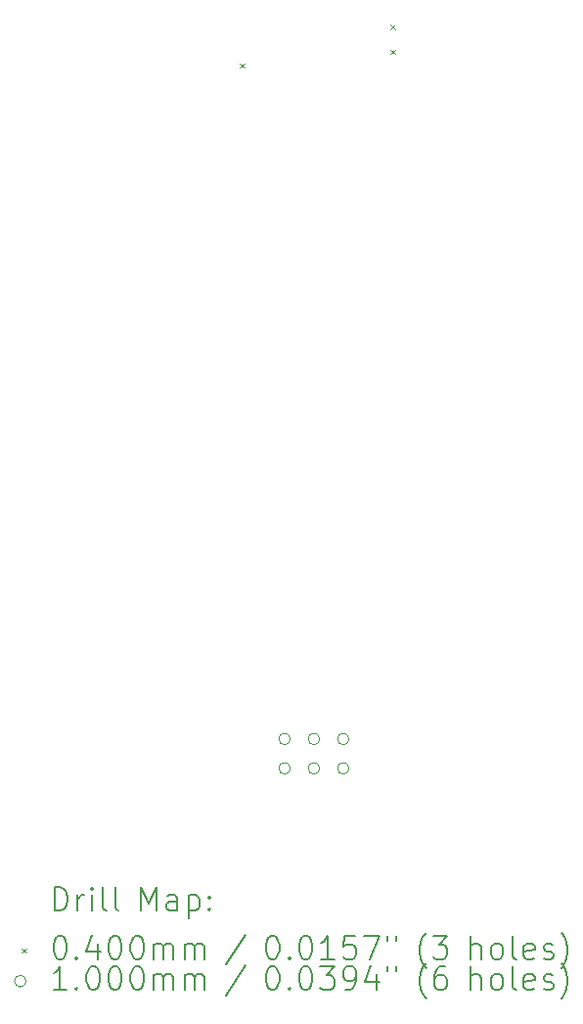
<source format=gbr>
%TF.GenerationSoftware,KiCad,Pcbnew,(7.0.0-0)*%
%TF.CreationDate,2023-07-23T12:34:30-06:00*%
%TF.ProjectId,HAS4_SAO,48415334-5f53-4414-9f2e-6b696361645f,rev?*%
%TF.SameCoordinates,Original*%
%TF.FileFunction,Drillmap*%
%TF.FilePolarity,Positive*%
%FSLAX45Y45*%
G04 Gerber Fmt 4.5, Leading zero omitted, Abs format (unit mm)*
G04 Created by KiCad (PCBNEW (7.0.0-0)) date 2023-07-23 12:34:30*
%MOMM*%
%LPD*%
G01*
G04 APERTURE LIST*
%ADD10C,0.200000*%
%ADD11C,0.040000*%
%ADD12C,0.100000*%
G04 APERTURE END LIST*
D10*
D11*
X10501629Y-7657063D02*
X10541629Y-7697063D01*
X10541629Y-7657063D02*
X10501629Y-7697063D01*
X11809147Y-7321609D02*
X11849147Y-7361609D01*
X11849147Y-7321609D02*
X11809147Y-7361609D01*
X11810352Y-7538032D02*
X11850352Y-7578032D01*
X11850352Y-7538032D02*
X11810352Y-7578032D01*
D12*
X10942000Y-13500000D02*
G75*
G03*
X10942000Y-13500000I-50000J0D01*
G01*
X10942000Y-13754000D02*
G75*
G03*
X10942000Y-13754000I-50000J0D01*
G01*
X11196000Y-13500000D02*
G75*
G03*
X11196000Y-13500000I-50000J0D01*
G01*
X11196000Y-13754000D02*
G75*
G03*
X11196000Y-13754000I-50000J0D01*
G01*
X11450000Y-13500000D02*
G75*
G03*
X11450000Y-13500000I-50000J0D01*
G01*
X11450000Y-13754000D02*
G75*
G03*
X11450000Y-13754000I-50000J0D01*
G01*
D10*
X8901968Y-14984183D02*
X8901968Y-14784183D01*
X8901968Y-14784183D02*
X8949587Y-14784183D01*
X8949587Y-14784183D02*
X8978159Y-14793707D01*
X8978159Y-14793707D02*
X8997206Y-14812754D01*
X8997206Y-14812754D02*
X9006730Y-14831802D01*
X9006730Y-14831802D02*
X9016254Y-14869897D01*
X9016254Y-14869897D02*
X9016254Y-14898469D01*
X9016254Y-14898469D02*
X9006730Y-14936564D01*
X9006730Y-14936564D02*
X8997206Y-14955611D01*
X8997206Y-14955611D02*
X8978159Y-14974659D01*
X8978159Y-14974659D02*
X8949587Y-14984183D01*
X8949587Y-14984183D02*
X8901968Y-14984183D01*
X9101968Y-14984183D02*
X9101968Y-14850849D01*
X9101968Y-14888945D02*
X9111492Y-14869897D01*
X9111492Y-14869897D02*
X9121016Y-14860373D01*
X9121016Y-14860373D02*
X9140063Y-14850849D01*
X9140063Y-14850849D02*
X9159111Y-14850849D01*
X9225778Y-14984183D02*
X9225778Y-14850849D01*
X9225778Y-14784183D02*
X9216254Y-14793707D01*
X9216254Y-14793707D02*
X9225778Y-14803230D01*
X9225778Y-14803230D02*
X9235302Y-14793707D01*
X9235302Y-14793707D02*
X9225778Y-14784183D01*
X9225778Y-14784183D02*
X9225778Y-14803230D01*
X9349587Y-14984183D02*
X9330540Y-14974659D01*
X9330540Y-14974659D02*
X9321016Y-14955611D01*
X9321016Y-14955611D02*
X9321016Y-14784183D01*
X9454349Y-14984183D02*
X9435302Y-14974659D01*
X9435302Y-14974659D02*
X9425778Y-14955611D01*
X9425778Y-14955611D02*
X9425778Y-14784183D01*
X9650540Y-14984183D02*
X9650540Y-14784183D01*
X9650540Y-14784183D02*
X9717206Y-14927040D01*
X9717206Y-14927040D02*
X9783873Y-14784183D01*
X9783873Y-14784183D02*
X9783873Y-14984183D01*
X9964825Y-14984183D02*
X9964825Y-14879421D01*
X9964825Y-14879421D02*
X9955302Y-14860373D01*
X9955302Y-14860373D02*
X9936254Y-14850849D01*
X9936254Y-14850849D02*
X9898159Y-14850849D01*
X9898159Y-14850849D02*
X9879111Y-14860373D01*
X9964825Y-14974659D02*
X9945778Y-14984183D01*
X9945778Y-14984183D02*
X9898159Y-14984183D01*
X9898159Y-14984183D02*
X9879111Y-14974659D01*
X9879111Y-14974659D02*
X9869587Y-14955611D01*
X9869587Y-14955611D02*
X9869587Y-14936564D01*
X9869587Y-14936564D02*
X9879111Y-14917516D01*
X9879111Y-14917516D02*
X9898159Y-14907992D01*
X9898159Y-14907992D02*
X9945778Y-14907992D01*
X9945778Y-14907992D02*
X9964825Y-14898469D01*
X10060063Y-14850849D02*
X10060063Y-15050849D01*
X10060063Y-14860373D02*
X10079111Y-14850849D01*
X10079111Y-14850849D02*
X10117206Y-14850849D01*
X10117206Y-14850849D02*
X10136254Y-14860373D01*
X10136254Y-14860373D02*
X10145778Y-14869897D01*
X10145778Y-14869897D02*
X10155302Y-14888945D01*
X10155302Y-14888945D02*
X10155302Y-14946088D01*
X10155302Y-14946088D02*
X10145778Y-14965135D01*
X10145778Y-14965135D02*
X10136254Y-14974659D01*
X10136254Y-14974659D02*
X10117206Y-14984183D01*
X10117206Y-14984183D02*
X10079111Y-14984183D01*
X10079111Y-14984183D02*
X10060063Y-14974659D01*
X10241016Y-14965135D02*
X10250540Y-14974659D01*
X10250540Y-14974659D02*
X10241016Y-14984183D01*
X10241016Y-14984183D02*
X10231492Y-14974659D01*
X10231492Y-14974659D02*
X10241016Y-14965135D01*
X10241016Y-14965135D02*
X10241016Y-14984183D01*
X10241016Y-14860373D02*
X10250540Y-14869897D01*
X10250540Y-14869897D02*
X10241016Y-14879421D01*
X10241016Y-14879421D02*
X10231492Y-14869897D01*
X10231492Y-14869897D02*
X10241016Y-14860373D01*
X10241016Y-14860373D02*
X10241016Y-14879421D01*
D11*
X8614349Y-15310707D02*
X8654349Y-15350707D01*
X8654349Y-15310707D02*
X8614349Y-15350707D01*
D10*
X8940063Y-15204183D02*
X8959111Y-15204183D01*
X8959111Y-15204183D02*
X8978159Y-15213707D01*
X8978159Y-15213707D02*
X8987683Y-15223230D01*
X8987683Y-15223230D02*
X8997206Y-15242278D01*
X8997206Y-15242278D02*
X9006730Y-15280373D01*
X9006730Y-15280373D02*
X9006730Y-15327992D01*
X9006730Y-15327992D02*
X8997206Y-15366088D01*
X8997206Y-15366088D02*
X8987683Y-15385135D01*
X8987683Y-15385135D02*
X8978159Y-15394659D01*
X8978159Y-15394659D02*
X8959111Y-15404183D01*
X8959111Y-15404183D02*
X8940063Y-15404183D01*
X8940063Y-15404183D02*
X8921016Y-15394659D01*
X8921016Y-15394659D02*
X8911492Y-15385135D01*
X8911492Y-15385135D02*
X8901968Y-15366088D01*
X8901968Y-15366088D02*
X8892444Y-15327992D01*
X8892444Y-15327992D02*
X8892444Y-15280373D01*
X8892444Y-15280373D02*
X8901968Y-15242278D01*
X8901968Y-15242278D02*
X8911492Y-15223230D01*
X8911492Y-15223230D02*
X8921016Y-15213707D01*
X8921016Y-15213707D02*
X8940063Y-15204183D01*
X9092444Y-15385135D02*
X9101968Y-15394659D01*
X9101968Y-15394659D02*
X9092444Y-15404183D01*
X9092444Y-15404183D02*
X9082921Y-15394659D01*
X9082921Y-15394659D02*
X9092444Y-15385135D01*
X9092444Y-15385135D02*
X9092444Y-15404183D01*
X9273397Y-15270849D02*
X9273397Y-15404183D01*
X9225778Y-15194659D02*
X9178159Y-15337516D01*
X9178159Y-15337516D02*
X9301968Y-15337516D01*
X9416254Y-15204183D02*
X9435302Y-15204183D01*
X9435302Y-15204183D02*
X9454349Y-15213707D01*
X9454349Y-15213707D02*
X9463873Y-15223230D01*
X9463873Y-15223230D02*
X9473397Y-15242278D01*
X9473397Y-15242278D02*
X9482921Y-15280373D01*
X9482921Y-15280373D02*
X9482921Y-15327992D01*
X9482921Y-15327992D02*
X9473397Y-15366088D01*
X9473397Y-15366088D02*
X9463873Y-15385135D01*
X9463873Y-15385135D02*
X9454349Y-15394659D01*
X9454349Y-15394659D02*
X9435302Y-15404183D01*
X9435302Y-15404183D02*
X9416254Y-15404183D01*
X9416254Y-15404183D02*
X9397206Y-15394659D01*
X9397206Y-15394659D02*
X9387683Y-15385135D01*
X9387683Y-15385135D02*
X9378159Y-15366088D01*
X9378159Y-15366088D02*
X9368635Y-15327992D01*
X9368635Y-15327992D02*
X9368635Y-15280373D01*
X9368635Y-15280373D02*
X9378159Y-15242278D01*
X9378159Y-15242278D02*
X9387683Y-15223230D01*
X9387683Y-15223230D02*
X9397206Y-15213707D01*
X9397206Y-15213707D02*
X9416254Y-15204183D01*
X9606730Y-15204183D02*
X9625778Y-15204183D01*
X9625778Y-15204183D02*
X9644825Y-15213707D01*
X9644825Y-15213707D02*
X9654349Y-15223230D01*
X9654349Y-15223230D02*
X9663873Y-15242278D01*
X9663873Y-15242278D02*
X9673397Y-15280373D01*
X9673397Y-15280373D02*
X9673397Y-15327992D01*
X9673397Y-15327992D02*
X9663873Y-15366088D01*
X9663873Y-15366088D02*
X9654349Y-15385135D01*
X9654349Y-15385135D02*
X9644825Y-15394659D01*
X9644825Y-15394659D02*
X9625778Y-15404183D01*
X9625778Y-15404183D02*
X9606730Y-15404183D01*
X9606730Y-15404183D02*
X9587683Y-15394659D01*
X9587683Y-15394659D02*
X9578159Y-15385135D01*
X9578159Y-15385135D02*
X9568635Y-15366088D01*
X9568635Y-15366088D02*
X9559111Y-15327992D01*
X9559111Y-15327992D02*
X9559111Y-15280373D01*
X9559111Y-15280373D02*
X9568635Y-15242278D01*
X9568635Y-15242278D02*
X9578159Y-15223230D01*
X9578159Y-15223230D02*
X9587683Y-15213707D01*
X9587683Y-15213707D02*
X9606730Y-15204183D01*
X9759111Y-15404183D02*
X9759111Y-15270849D01*
X9759111Y-15289897D02*
X9768635Y-15280373D01*
X9768635Y-15280373D02*
X9787683Y-15270849D01*
X9787683Y-15270849D02*
X9816254Y-15270849D01*
X9816254Y-15270849D02*
X9835302Y-15280373D01*
X9835302Y-15280373D02*
X9844825Y-15299421D01*
X9844825Y-15299421D02*
X9844825Y-15404183D01*
X9844825Y-15299421D02*
X9854349Y-15280373D01*
X9854349Y-15280373D02*
X9873397Y-15270849D01*
X9873397Y-15270849D02*
X9901968Y-15270849D01*
X9901968Y-15270849D02*
X9921016Y-15280373D01*
X9921016Y-15280373D02*
X9930540Y-15299421D01*
X9930540Y-15299421D02*
X9930540Y-15404183D01*
X10025778Y-15404183D02*
X10025778Y-15270849D01*
X10025778Y-15289897D02*
X10035302Y-15280373D01*
X10035302Y-15280373D02*
X10054349Y-15270849D01*
X10054349Y-15270849D02*
X10082921Y-15270849D01*
X10082921Y-15270849D02*
X10101968Y-15280373D01*
X10101968Y-15280373D02*
X10111492Y-15299421D01*
X10111492Y-15299421D02*
X10111492Y-15404183D01*
X10111492Y-15299421D02*
X10121016Y-15280373D01*
X10121016Y-15280373D02*
X10140064Y-15270849D01*
X10140064Y-15270849D02*
X10168635Y-15270849D01*
X10168635Y-15270849D02*
X10187683Y-15280373D01*
X10187683Y-15280373D02*
X10197206Y-15299421D01*
X10197206Y-15299421D02*
X10197206Y-15404183D01*
X10555302Y-15194659D02*
X10383873Y-15451802D01*
X10780064Y-15204183D02*
X10799111Y-15204183D01*
X10799111Y-15204183D02*
X10818159Y-15213707D01*
X10818159Y-15213707D02*
X10827683Y-15223230D01*
X10827683Y-15223230D02*
X10837206Y-15242278D01*
X10837206Y-15242278D02*
X10846730Y-15280373D01*
X10846730Y-15280373D02*
X10846730Y-15327992D01*
X10846730Y-15327992D02*
X10837206Y-15366088D01*
X10837206Y-15366088D02*
X10827683Y-15385135D01*
X10827683Y-15385135D02*
X10818159Y-15394659D01*
X10818159Y-15394659D02*
X10799111Y-15404183D01*
X10799111Y-15404183D02*
X10780064Y-15404183D01*
X10780064Y-15404183D02*
X10761016Y-15394659D01*
X10761016Y-15394659D02*
X10751492Y-15385135D01*
X10751492Y-15385135D02*
X10741968Y-15366088D01*
X10741968Y-15366088D02*
X10732445Y-15327992D01*
X10732445Y-15327992D02*
X10732445Y-15280373D01*
X10732445Y-15280373D02*
X10741968Y-15242278D01*
X10741968Y-15242278D02*
X10751492Y-15223230D01*
X10751492Y-15223230D02*
X10761016Y-15213707D01*
X10761016Y-15213707D02*
X10780064Y-15204183D01*
X10932445Y-15385135D02*
X10941968Y-15394659D01*
X10941968Y-15394659D02*
X10932445Y-15404183D01*
X10932445Y-15404183D02*
X10922921Y-15394659D01*
X10922921Y-15394659D02*
X10932445Y-15385135D01*
X10932445Y-15385135D02*
X10932445Y-15404183D01*
X11065778Y-15204183D02*
X11084826Y-15204183D01*
X11084826Y-15204183D02*
X11103873Y-15213707D01*
X11103873Y-15213707D02*
X11113397Y-15223230D01*
X11113397Y-15223230D02*
X11122921Y-15242278D01*
X11122921Y-15242278D02*
X11132445Y-15280373D01*
X11132445Y-15280373D02*
X11132445Y-15327992D01*
X11132445Y-15327992D02*
X11122921Y-15366088D01*
X11122921Y-15366088D02*
X11113397Y-15385135D01*
X11113397Y-15385135D02*
X11103873Y-15394659D01*
X11103873Y-15394659D02*
X11084826Y-15404183D01*
X11084826Y-15404183D02*
X11065778Y-15404183D01*
X11065778Y-15404183D02*
X11046730Y-15394659D01*
X11046730Y-15394659D02*
X11037206Y-15385135D01*
X11037206Y-15385135D02*
X11027683Y-15366088D01*
X11027683Y-15366088D02*
X11018159Y-15327992D01*
X11018159Y-15327992D02*
X11018159Y-15280373D01*
X11018159Y-15280373D02*
X11027683Y-15242278D01*
X11027683Y-15242278D02*
X11037206Y-15223230D01*
X11037206Y-15223230D02*
X11046730Y-15213707D01*
X11046730Y-15213707D02*
X11065778Y-15204183D01*
X11322921Y-15404183D02*
X11208635Y-15404183D01*
X11265778Y-15404183D02*
X11265778Y-15204183D01*
X11265778Y-15204183D02*
X11246730Y-15232754D01*
X11246730Y-15232754D02*
X11227683Y-15251802D01*
X11227683Y-15251802D02*
X11208635Y-15261326D01*
X11503873Y-15204183D02*
X11408635Y-15204183D01*
X11408635Y-15204183D02*
X11399111Y-15299421D01*
X11399111Y-15299421D02*
X11408635Y-15289897D01*
X11408635Y-15289897D02*
X11427683Y-15280373D01*
X11427683Y-15280373D02*
X11475302Y-15280373D01*
X11475302Y-15280373D02*
X11494349Y-15289897D01*
X11494349Y-15289897D02*
X11503873Y-15299421D01*
X11503873Y-15299421D02*
X11513397Y-15318469D01*
X11513397Y-15318469D02*
X11513397Y-15366088D01*
X11513397Y-15366088D02*
X11503873Y-15385135D01*
X11503873Y-15385135D02*
X11494349Y-15394659D01*
X11494349Y-15394659D02*
X11475302Y-15404183D01*
X11475302Y-15404183D02*
X11427683Y-15404183D01*
X11427683Y-15404183D02*
X11408635Y-15394659D01*
X11408635Y-15394659D02*
X11399111Y-15385135D01*
X11580064Y-15204183D02*
X11713397Y-15204183D01*
X11713397Y-15204183D02*
X11627683Y-15404183D01*
X11780064Y-15204183D02*
X11780064Y-15242278D01*
X11856254Y-15204183D02*
X11856254Y-15242278D01*
X12119111Y-15480373D02*
X12109587Y-15470849D01*
X12109587Y-15470849D02*
X12090540Y-15442278D01*
X12090540Y-15442278D02*
X12081016Y-15423230D01*
X12081016Y-15423230D02*
X12071492Y-15394659D01*
X12071492Y-15394659D02*
X12061968Y-15347040D01*
X12061968Y-15347040D02*
X12061968Y-15308945D01*
X12061968Y-15308945D02*
X12071492Y-15261326D01*
X12071492Y-15261326D02*
X12081016Y-15232754D01*
X12081016Y-15232754D02*
X12090540Y-15213707D01*
X12090540Y-15213707D02*
X12109587Y-15185135D01*
X12109587Y-15185135D02*
X12119111Y-15175611D01*
X12176254Y-15204183D02*
X12300064Y-15204183D01*
X12300064Y-15204183D02*
X12233397Y-15280373D01*
X12233397Y-15280373D02*
X12261968Y-15280373D01*
X12261968Y-15280373D02*
X12281016Y-15289897D01*
X12281016Y-15289897D02*
X12290540Y-15299421D01*
X12290540Y-15299421D02*
X12300064Y-15318469D01*
X12300064Y-15318469D02*
X12300064Y-15366088D01*
X12300064Y-15366088D02*
X12290540Y-15385135D01*
X12290540Y-15385135D02*
X12281016Y-15394659D01*
X12281016Y-15394659D02*
X12261968Y-15404183D01*
X12261968Y-15404183D02*
X12204825Y-15404183D01*
X12204825Y-15404183D02*
X12185778Y-15394659D01*
X12185778Y-15394659D02*
X12176254Y-15385135D01*
X12505778Y-15404183D02*
X12505778Y-15204183D01*
X12591492Y-15404183D02*
X12591492Y-15299421D01*
X12591492Y-15299421D02*
X12581968Y-15280373D01*
X12581968Y-15280373D02*
X12562921Y-15270849D01*
X12562921Y-15270849D02*
X12534349Y-15270849D01*
X12534349Y-15270849D02*
X12515302Y-15280373D01*
X12515302Y-15280373D02*
X12505778Y-15289897D01*
X12715302Y-15404183D02*
X12696254Y-15394659D01*
X12696254Y-15394659D02*
X12686730Y-15385135D01*
X12686730Y-15385135D02*
X12677206Y-15366088D01*
X12677206Y-15366088D02*
X12677206Y-15308945D01*
X12677206Y-15308945D02*
X12686730Y-15289897D01*
X12686730Y-15289897D02*
X12696254Y-15280373D01*
X12696254Y-15280373D02*
X12715302Y-15270849D01*
X12715302Y-15270849D02*
X12743873Y-15270849D01*
X12743873Y-15270849D02*
X12762921Y-15280373D01*
X12762921Y-15280373D02*
X12772445Y-15289897D01*
X12772445Y-15289897D02*
X12781968Y-15308945D01*
X12781968Y-15308945D02*
X12781968Y-15366088D01*
X12781968Y-15366088D02*
X12772445Y-15385135D01*
X12772445Y-15385135D02*
X12762921Y-15394659D01*
X12762921Y-15394659D02*
X12743873Y-15404183D01*
X12743873Y-15404183D02*
X12715302Y-15404183D01*
X12896254Y-15404183D02*
X12877206Y-15394659D01*
X12877206Y-15394659D02*
X12867683Y-15375611D01*
X12867683Y-15375611D02*
X12867683Y-15204183D01*
X13048635Y-15394659D02*
X13029587Y-15404183D01*
X13029587Y-15404183D02*
X12991492Y-15404183D01*
X12991492Y-15404183D02*
X12972445Y-15394659D01*
X12972445Y-15394659D02*
X12962921Y-15375611D01*
X12962921Y-15375611D02*
X12962921Y-15299421D01*
X12962921Y-15299421D02*
X12972445Y-15280373D01*
X12972445Y-15280373D02*
X12991492Y-15270849D01*
X12991492Y-15270849D02*
X13029587Y-15270849D01*
X13029587Y-15270849D02*
X13048635Y-15280373D01*
X13048635Y-15280373D02*
X13058159Y-15299421D01*
X13058159Y-15299421D02*
X13058159Y-15318469D01*
X13058159Y-15318469D02*
X12962921Y-15337516D01*
X13134349Y-15394659D02*
X13153397Y-15404183D01*
X13153397Y-15404183D02*
X13191492Y-15404183D01*
X13191492Y-15404183D02*
X13210540Y-15394659D01*
X13210540Y-15394659D02*
X13220064Y-15375611D01*
X13220064Y-15375611D02*
X13220064Y-15366088D01*
X13220064Y-15366088D02*
X13210540Y-15347040D01*
X13210540Y-15347040D02*
X13191492Y-15337516D01*
X13191492Y-15337516D02*
X13162921Y-15337516D01*
X13162921Y-15337516D02*
X13143873Y-15327992D01*
X13143873Y-15327992D02*
X13134349Y-15308945D01*
X13134349Y-15308945D02*
X13134349Y-15299421D01*
X13134349Y-15299421D02*
X13143873Y-15280373D01*
X13143873Y-15280373D02*
X13162921Y-15270849D01*
X13162921Y-15270849D02*
X13191492Y-15270849D01*
X13191492Y-15270849D02*
X13210540Y-15280373D01*
X13286730Y-15480373D02*
X13296254Y-15470849D01*
X13296254Y-15470849D02*
X13315302Y-15442278D01*
X13315302Y-15442278D02*
X13324826Y-15423230D01*
X13324826Y-15423230D02*
X13334349Y-15394659D01*
X13334349Y-15394659D02*
X13343873Y-15347040D01*
X13343873Y-15347040D02*
X13343873Y-15308945D01*
X13343873Y-15308945D02*
X13334349Y-15261326D01*
X13334349Y-15261326D02*
X13324826Y-15232754D01*
X13324826Y-15232754D02*
X13315302Y-15213707D01*
X13315302Y-15213707D02*
X13296254Y-15185135D01*
X13296254Y-15185135D02*
X13286730Y-15175611D01*
D12*
X8654349Y-15594707D02*
G75*
G03*
X8654349Y-15594707I-50000J0D01*
G01*
D10*
X9006730Y-15668183D02*
X8892444Y-15668183D01*
X8949587Y-15668183D02*
X8949587Y-15468183D01*
X8949587Y-15468183D02*
X8930540Y-15496754D01*
X8930540Y-15496754D02*
X8911492Y-15515802D01*
X8911492Y-15515802D02*
X8892444Y-15525326D01*
X9092444Y-15649135D02*
X9101968Y-15658659D01*
X9101968Y-15658659D02*
X9092444Y-15668183D01*
X9092444Y-15668183D02*
X9082921Y-15658659D01*
X9082921Y-15658659D02*
X9092444Y-15649135D01*
X9092444Y-15649135D02*
X9092444Y-15668183D01*
X9225778Y-15468183D02*
X9244825Y-15468183D01*
X9244825Y-15468183D02*
X9263873Y-15477707D01*
X9263873Y-15477707D02*
X9273397Y-15487230D01*
X9273397Y-15487230D02*
X9282921Y-15506278D01*
X9282921Y-15506278D02*
X9292444Y-15544373D01*
X9292444Y-15544373D02*
X9292444Y-15591992D01*
X9292444Y-15591992D02*
X9282921Y-15630088D01*
X9282921Y-15630088D02*
X9273397Y-15649135D01*
X9273397Y-15649135D02*
X9263873Y-15658659D01*
X9263873Y-15658659D02*
X9244825Y-15668183D01*
X9244825Y-15668183D02*
X9225778Y-15668183D01*
X9225778Y-15668183D02*
X9206730Y-15658659D01*
X9206730Y-15658659D02*
X9197206Y-15649135D01*
X9197206Y-15649135D02*
X9187683Y-15630088D01*
X9187683Y-15630088D02*
X9178159Y-15591992D01*
X9178159Y-15591992D02*
X9178159Y-15544373D01*
X9178159Y-15544373D02*
X9187683Y-15506278D01*
X9187683Y-15506278D02*
X9197206Y-15487230D01*
X9197206Y-15487230D02*
X9206730Y-15477707D01*
X9206730Y-15477707D02*
X9225778Y-15468183D01*
X9416254Y-15468183D02*
X9435302Y-15468183D01*
X9435302Y-15468183D02*
X9454349Y-15477707D01*
X9454349Y-15477707D02*
X9463873Y-15487230D01*
X9463873Y-15487230D02*
X9473397Y-15506278D01*
X9473397Y-15506278D02*
X9482921Y-15544373D01*
X9482921Y-15544373D02*
X9482921Y-15591992D01*
X9482921Y-15591992D02*
X9473397Y-15630088D01*
X9473397Y-15630088D02*
X9463873Y-15649135D01*
X9463873Y-15649135D02*
X9454349Y-15658659D01*
X9454349Y-15658659D02*
X9435302Y-15668183D01*
X9435302Y-15668183D02*
X9416254Y-15668183D01*
X9416254Y-15668183D02*
X9397206Y-15658659D01*
X9397206Y-15658659D02*
X9387683Y-15649135D01*
X9387683Y-15649135D02*
X9378159Y-15630088D01*
X9378159Y-15630088D02*
X9368635Y-15591992D01*
X9368635Y-15591992D02*
X9368635Y-15544373D01*
X9368635Y-15544373D02*
X9378159Y-15506278D01*
X9378159Y-15506278D02*
X9387683Y-15487230D01*
X9387683Y-15487230D02*
X9397206Y-15477707D01*
X9397206Y-15477707D02*
X9416254Y-15468183D01*
X9606730Y-15468183D02*
X9625778Y-15468183D01*
X9625778Y-15468183D02*
X9644825Y-15477707D01*
X9644825Y-15477707D02*
X9654349Y-15487230D01*
X9654349Y-15487230D02*
X9663873Y-15506278D01*
X9663873Y-15506278D02*
X9673397Y-15544373D01*
X9673397Y-15544373D02*
X9673397Y-15591992D01*
X9673397Y-15591992D02*
X9663873Y-15630088D01*
X9663873Y-15630088D02*
X9654349Y-15649135D01*
X9654349Y-15649135D02*
X9644825Y-15658659D01*
X9644825Y-15658659D02*
X9625778Y-15668183D01*
X9625778Y-15668183D02*
X9606730Y-15668183D01*
X9606730Y-15668183D02*
X9587683Y-15658659D01*
X9587683Y-15658659D02*
X9578159Y-15649135D01*
X9578159Y-15649135D02*
X9568635Y-15630088D01*
X9568635Y-15630088D02*
X9559111Y-15591992D01*
X9559111Y-15591992D02*
X9559111Y-15544373D01*
X9559111Y-15544373D02*
X9568635Y-15506278D01*
X9568635Y-15506278D02*
X9578159Y-15487230D01*
X9578159Y-15487230D02*
X9587683Y-15477707D01*
X9587683Y-15477707D02*
X9606730Y-15468183D01*
X9759111Y-15668183D02*
X9759111Y-15534849D01*
X9759111Y-15553897D02*
X9768635Y-15544373D01*
X9768635Y-15544373D02*
X9787683Y-15534849D01*
X9787683Y-15534849D02*
X9816254Y-15534849D01*
X9816254Y-15534849D02*
X9835302Y-15544373D01*
X9835302Y-15544373D02*
X9844825Y-15563421D01*
X9844825Y-15563421D02*
X9844825Y-15668183D01*
X9844825Y-15563421D02*
X9854349Y-15544373D01*
X9854349Y-15544373D02*
X9873397Y-15534849D01*
X9873397Y-15534849D02*
X9901968Y-15534849D01*
X9901968Y-15534849D02*
X9921016Y-15544373D01*
X9921016Y-15544373D02*
X9930540Y-15563421D01*
X9930540Y-15563421D02*
X9930540Y-15668183D01*
X10025778Y-15668183D02*
X10025778Y-15534849D01*
X10025778Y-15553897D02*
X10035302Y-15544373D01*
X10035302Y-15544373D02*
X10054349Y-15534849D01*
X10054349Y-15534849D02*
X10082921Y-15534849D01*
X10082921Y-15534849D02*
X10101968Y-15544373D01*
X10101968Y-15544373D02*
X10111492Y-15563421D01*
X10111492Y-15563421D02*
X10111492Y-15668183D01*
X10111492Y-15563421D02*
X10121016Y-15544373D01*
X10121016Y-15544373D02*
X10140064Y-15534849D01*
X10140064Y-15534849D02*
X10168635Y-15534849D01*
X10168635Y-15534849D02*
X10187683Y-15544373D01*
X10187683Y-15544373D02*
X10197206Y-15563421D01*
X10197206Y-15563421D02*
X10197206Y-15668183D01*
X10555302Y-15458659D02*
X10383873Y-15715802D01*
X10780064Y-15468183D02*
X10799111Y-15468183D01*
X10799111Y-15468183D02*
X10818159Y-15477707D01*
X10818159Y-15477707D02*
X10827683Y-15487230D01*
X10827683Y-15487230D02*
X10837206Y-15506278D01*
X10837206Y-15506278D02*
X10846730Y-15544373D01*
X10846730Y-15544373D02*
X10846730Y-15591992D01*
X10846730Y-15591992D02*
X10837206Y-15630088D01*
X10837206Y-15630088D02*
X10827683Y-15649135D01*
X10827683Y-15649135D02*
X10818159Y-15658659D01*
X10818159Y-15658659D02*
X10799111Y-15668183D01*
X10799111Y-15668183D02*
X10780064Y-15668183D01*
X10780064Y-15668183D02*
X10761016Y-15658659D01*
X10761016Y-15658659D02*
X10751492Y-15649135D01*
X10751492Y-15649135D02*
X10741968Y-15630088D01*
X10741968Y-15630088D02*
X10732445Y-15591992D01*
X10732445Y-15591992D02*
X10732445Y-15544373D01*
X10732445Y-15544373D02*
X10741968Y-15506278D01*
X10741968Y-15506278D02*
X10751492Y-15487230D01*
X10751492Y-15487230D02*
X10761016Y-15477707D01*
X10761016Y-15477707D02*
X10780064Y-15468183D01*
X10932445Y-15649135D02*
X10941968Y-15658659D01*
X10941968Y-15658659D02*
X10932445Y-15668183D01*
X10932445Y-15668183D02*
X10922921Y-15658659D01*
X10922921Y-15658659D02*
X10932445Y-15649135D01*
X10932445Y-15649135D02*
X10932445Y-15668183D01*
X11065778Y-15468183D02*
X11084826Y-15468183D01*
X11084826Y-15468183D02*
X11103873Y-15477707D01*
X11103873Y-15477707D02*
X11113397Y-15487230D01*
X11113397Y-15487230D02*
X11122921Y-15506278D01*
X11122921Y-15506278D02*
X11132445Y-15544373D01*
X11132445Y-15544373D02*
X11132445Y-15591992D01*
X11132445Y-15591992D02*
X11122921Y-15630088D01*
X11122921Y-15630088D02*
X11113397Y-15649135D01*
X11113397Y-15649135D02*
X11103873Y-15658659D01*
X11103873Y-15658659D02*
X11084826Y-15668183D01*
X11084826Y-15668183D02*
X11065778Y-15668183D01*
X11065778Y-15668183D02*
X11046730Y-15658659D01*
X11046730Y-15658659D02*
X11037206Y-15649135D01*
X11037206Y-15649135D02*
X11027683Y-15630088D01*
X11027683Y-15630088D02*
X11018159Y-15591992D01*
X11018159Y-15591992D02*
X11018159Y-15544373D01*
X11018159Y-15544373D02*
X11027683Y-15506278D01*
X11027683Y-15506278D02*
X11037206Y-15487230D01*
X11037206Y-15487230D02*
X11046730Y-15477707D01*
X11046730Y-15477707D02*
X11065778Y-15468183D01*
X11199111Y-15468183D02*
X11322921Y-15468183D01*
X11322921Y-15468183D02*
X11256254Y-15544373D01*
X11256254Y-15544373D02*
X11284825Y-15544373D01*
X11284825Y-15544373D02*
X11303873Y-15553897D01*
X11303873Y-15553897D02*
X11313397Y-15563421D01*
X11313397Y-15563421D02*
X11322921Y-15582469D01*
X11322921Y-15582469D02*
X11322921Y-15630088D01*
X11322921Y-15630088D02*
X11313397Y-15649135D01*
X11313397Y-15649135D02*
X11303873Y-15658659D01*
X11303873Y-15658659D02*
X11284825Y-15668183D01*
X11284825Y-15668183D02*
X11227683Y-15668183D01*
X11227683Y-15668183D02*
X11208635Y-15658659D01*
X11208635Y-15658659D02*
X11199111Y-15649135D01*
X11418159Y-15668183D02*
X11456254Y-15668183D01*
X11456254Y-15668183D02*
X11475302Y-15658659D01*
X11475302Y-15658659D02*
X11484825Y-15649135D01*
X11484825Y-15649135D02*
X11503873Y-15620564D01*
X11503873Y-15620564D02*
X11513397Y-15582469D01*
X11513397Y-15582469D02*
X11513397Y-15506278D01*
X11513397Y-15506278D02*
X11503873Y-15487230D01*
X11503873Y-15487230D02*
X11494349Y-15477707D01*
X11494349Y-15477707D02*
X11475302Y-15468183D01*
X11475302Y-15468183D02*
X11437206Y-15468183D01*
X11437206Y-15468183D02*
X11418159Y-15477707D01*
X11418159Y-15477707D02*
X11408635Y-15487230D01*
X11408635Y-15487230D02*
X11399111Y-15506278D01*
X11399111Y-15506278D02*
X11399111Y-15553897D01*
X11399111Y-15553897D02*
X11408635Y-15572945D01*
X11408635Y-15572945D02*
X11418159Y-15582469D01*
X11418159Y-15582469D02*
X11437206Y-15591992D01*
X11437206Y-15591992D02*
X11475302Y-15591992D01*
X11475302Y-15591992D02*
X11494349Y-15582469D01*
X11494349Y-15582469D02*
X11503873Y-15572945D01*
X11503873Y-15572945D02*
X11513397Y-15553897D01*
X11684825Y-15534849D02*
X11684825Y-15668183D01*
X11637206Y-15458659D02*
X11589587Y-15601516D01*
X11589587Y-15601516D02*
X11713397Y-15601516D01*
X11780064Y-15468183D02*
X11780064Y-15506278D01*
X11856254Y-15468183D02*
X11856254Y-15506278D01*
X12119111Y-15744373D02*
X12109587Y-15734849D01*
X12109587Y-15734849D02*
X12090540Y-15706278D01*
X12090540Y-15706278D02*
X12081016Y-15687230D01*
X12081016Y-15687230D02*
X12071492Y-15658659D01*
X12071492Y-15658659D02*
X12061968Y-15611040D01*
X12061968Y-15611040D02*
X12061968Y-15572945D01*
X12061968Y-15572945D02*
X12071492Y-15525326D01*
X12071492Y-15525326D02*
X12081016Y-15496754D01*
X12081016Y-15496754D02*
X12090540Y-15477707D01*
X12090540Y-15477707D02*
X12109587Y-15449135D01*
X12109587Y-15449135D02*
X12119111Y-15439611D01*
X12281016Y-15468183D02*
X12242921Y-15468183D01*
X12242921Y-15468183D02*
X12223873Y-15477707D01*
X12223873Y-15477707D02*
X12214349Y-15487230D01*
X12214349Y-15487230D02*
X12195302Y-15515802D01*
X12195302Y-15515802D02*
X12185778Y-15553897D01*
X12185778Y-15553897D02*
X12185778Y-15630088D01*
X12185778Y-15630088D02*
X12195302Y-15649135D01*
X12195302Y-15649135D02*
X12204825Y-15658659D01*
X12204825Y-15658659D02*
X12223873Y-15668183D01*
X12223873Y-15668183D02*
X12261968Y-15668183D01*
X12261968Y-15668183D02*
X12281016Y-15658659D01*
X12281016Y-15658659D02*
X12290540Y-15649135D01*
X12290540Y-15649135D02*
X12300064Y-15630088D01*
X12300064Y-15630088D02*
X12300064Y-15582469D01*
X12300064Y-15582469D02*
X12290540Y-15563421D01*
X12290540Y-15563421D02*
X12281016Y-15553897D01*
X12281016Y-15553897D02*
X12261968Y-15544373D01*
X12261968Y-15544373D02*
X12223873Y-15544373D01*
X12223873Y-15544373D02*
X12204825Y-15553897D01*
X12204825Y-15553897D02*
X12195302Y-15563421D01*
X12195302Y-15563421D02*
X12185778Y-15582469D01*
X12505778Y-15668183D02*
X12505778Y-15468183D01*
X12591492Y-15668183D02*
X12591492Y-15563421D01*
X12591492Y-15563421D02*
X12581968Y-15544373D01*
X12581968Y-15544373D02*
X12562921Y-15534849D01*
X12562921Y-15534849D02*
X12534349Y-15534849D01*
X12534349Y-15534849D02*
X12515302Y-15544373D01*
X12515302Y-15544373D02*
X12505778Y-15553897D01*
X12715302Y-15668183D02*
X12696254Y-15658659D01*
X12696254Y-15658659D02*
X12686730Y-15649135D01*
X12686730Y-15649135D02*
X12677206Y-15630088D01*
X12677206Y-15630088D02*
X12677206Y-15572945D01*
X12677206Y-15572945D02*
X12686730Y-15553897D01*
X12686730Y-15553897D02*
X12696254Y-15544373D01*
X12696254Y-15544373D02*
X12715302Y-15534849D01*
X12715302Y-15534849D02*
X12743873Y-15534849D01*
X12743873Y-15534849D02*
X12762921Y-15544373D01*
X12762921Y-15544373D02*
X12772445Y-15553897D01*
X12772445Y-15553897D02*
X12781968Y-15572945D01*
X12781968Y-15572945D02*
X12781968Y-15630088D01*
X12781968Y-15630088D02*
X12772445Y-15649135D01*
X12772445Y-15649135D02*
X12762921Y-15658659D01*
X12762921Y-15658659D02*
X12743873Y-15668183D01*
X12743873Y-15668183D02*
X12715302Y-15668183D01*
X12896254Y-15668183D02*
X12877206Y-15658659D01*
X12877206Y-15658659D02*
X12867683Y-15639611D01*
X12867683Y-15639611D02*
X12867683Y-15468183D01*
X13048635Y-15658659D02*
X13029587Y-15668183D01*
X13029587Y-15668183D02*
X12991492Y-15668183D01*
X12991492Y-15668183D02*
X12972445Y-15658659D01*
X12972445Y-15658659D02*
X12962921Y-15639611D01*
X12962921Y-15639611D02*
X12962921Y-15563421D01*
X12962921Y-15563421D02*
X12972445Y-15544373D01*
X12972445Y-15544373D02*
X12991492Y-15534849D01*
X12991492Y-15534849D02*
X13029587Y-15534849D01*
X13029587Y-15534849D02*
X13048635Y-15544373D01*
X13048635Y-15544373D02*
X13058159Y-15563421D01*
X13058159Y-15563421D02*
X13058159Y-15582469D01*
X13058159Y-15582469D02*
X12962921Y-15601516D01*
X13134349Y-15658659D02*
X13153397Y-15668183D01*
X13153397Y-15668183D02*
X13191492Y-15668183D01*
X13191492Y-15668183D02*
X13210540Y-15658659D01*
X13210540Y-15658659D02*
X13220064Y-15639611D01*
X13220064Y-15639611D02*
X13220064Y-15630088D01*
X13220064Y-15630088D02*
X13210540Y-15611040D01*
X13210540Y-15611040D02*
X13191492Y-15601516D01*
X13191492Y-15601516D02*
X13162921Y-15601516D01*
X13162921Y-15601516D02*
X13143873Y-15591992D01*
X13143873Y-15591992D02*
X13134349Y-15572945D01*
X13134349Y-15572945D02*
X13134349Y-15563421D01*
X13134349Y-15563421D02*
X13143873Y-15544373D01*
X13143873Y-15544373D02*
X13162921Y-15534849D01*
X13162921Y-15534849D02*
X13191492Y-15534849D01*
X13191492Y-15534849D02*
X13210540Y-15544373D01*
X13286730Y-15744373D02*
X13296254Y-15734849D01*
X13296254Y-15734849D02*
X13315302Y-15706278D01*
X13315302Y-15706278D02*
X13324826Y-15687230D01*
X13324826Y-15687230D02*
X13334349Y-15658659D01*
X13334349Y-15658659D02*
X13343873Y-15611040D01*
X13343873Y-15611040D02*
X13343873Y-15572945D01*
X13343873Y-15572945D02*
X13334349Y-15525326D01*
X13334349Y-15525326D02*
X13324826Y-15496754D01*
X13324826Y-15496754D02*
X13315302Y-15477707D01*
X13315302Y-15477707D02*
X13296254Y-15449135D01*
X13296254Y-15449135D02*
X13286730Y-15439611D01*
M02*

</source>
